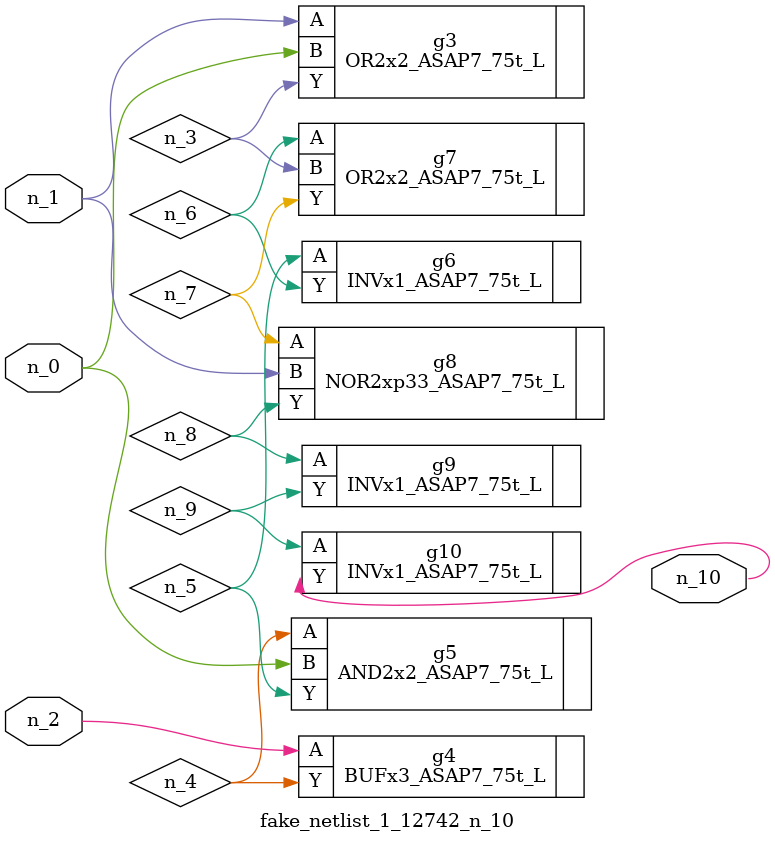
<source format=v>
module fake_netlist_1_12742_n_10 (n_1, n_2, n_0, n_10);
input n_1;
input n_2;
input n_0;
output n_10;
wire n_6;
wire n_4;
wire n_3;
wire n_9;
wire n_5;
wire n_7;
wire n_8;
OR2x2_ASAP7_75t_L g3 ( .A(n_1), .B(n_0), .Y(n_3) );
BUFx3_ASAP7_75t_L g4 ( .A(n_2), .Y(n_4) );
AND2x2_ASAP7_75t_L g5 ( .A(n_4), .B(n_0), .Y(n_5) );
INVx1_ASAP7_75t_L g6 ( .A(n_5), .Y(n_6) );
OR2x2_ASAP7_75t_L g7 ( .A(n_6), .B(n_3), .Y(n_7) );
NOR2xp33_ASAP7_75t_L g8 ( .A(n_7), .B(n_1), .Y(n_8) );
INVx1_ASAP7_75t_L g9 ( .A(n_8), .Y(n_9) );
INVx1_ASAP7_75t_L g10 ( .A(n_9), .Y(n_10) );
endmodule
</source>
